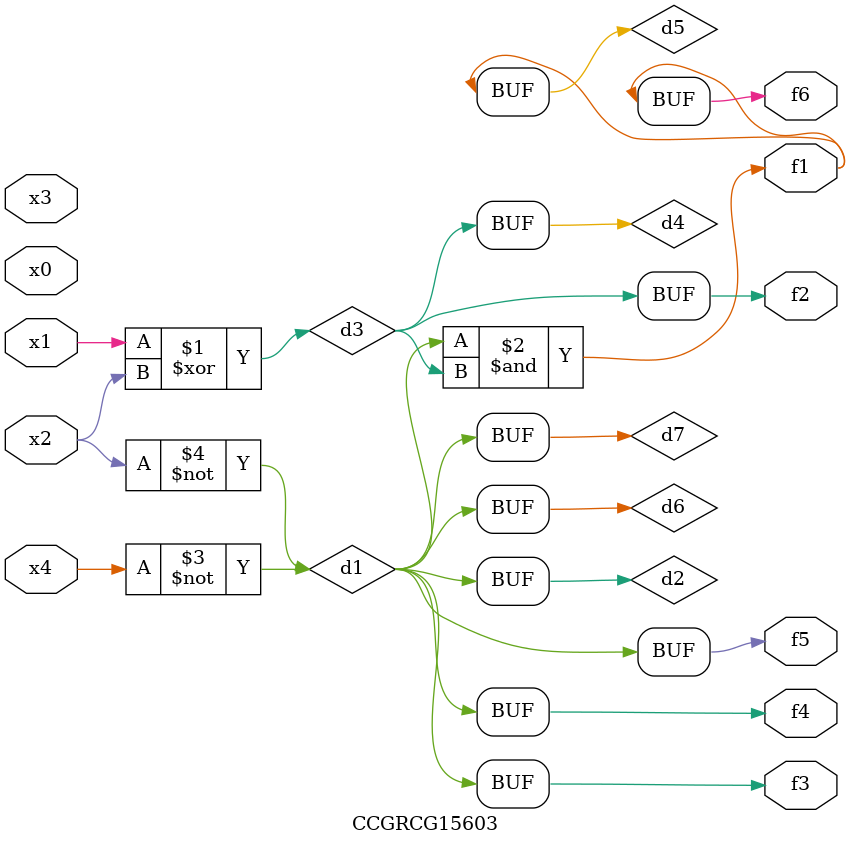
<source format=v>
module CCGRCG15603(
	input x0, x1, x2, x3, x4,
	output f1, f2, f3, f4, f5, f6
);

	wire d1, d2, d3, d4, d5, d6, d7;

	not (d1, x4);
	not (d2, x2);
	xor (d3, x1, x2);
	buf (d4, d3);
	and (d5, d1, d3);
	buf (d6, d1, d2);
	buf (d7, d2);
	assign f1 = d5;
	assign f2 = d4;
	assign f3 = d7;
	assign f4 = d7;
	assign f5 = d7;
	assign f6 = d5;
endmodule

</source>
